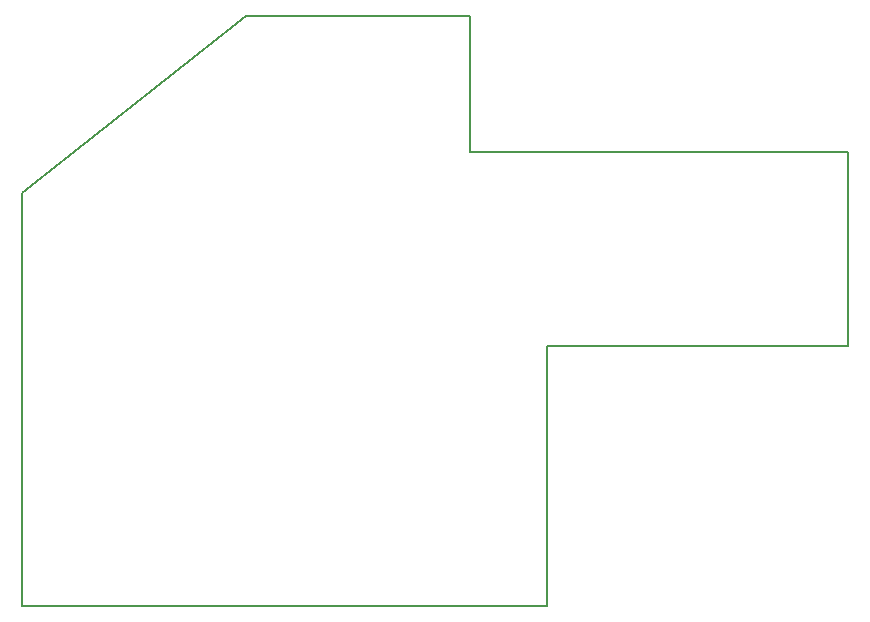
<source format=gbr>
G04 #@! TF.FileFunction,Profile,NP*
%FSLAX46Y46*%
G04 Gerber Fmt 4.6, Leading zero omitted, Abs format (unit mm)*
G04 Created by KiCad (PCBNEW 4.0.7) date 02/27/19 21:10:27*
%MOMM*%
%LPD*%
G01*
G04 APERTURE LIST*
%ADD10C,0.100000*%
%ADD11C,0.150000*%
G04 APERTURE END LIST*
D10*
D11*
X120000000Y-61500000D02*
X120000000Y-78000000D01*
X88000000Y-61500000D02*
X120000000Y-61500000D01*
X88000000Y-50000000D02*
X88000000Y-61500000D01*
X69000000Y-50000000D02*
X88000000Y-50000000D01*
X94500000Y-100000000D02*
X50000000Y-100000000D01*
X94500000Y-78000000D02*
X94500000Y-100000000D01*
X120000000Y-78000000D02*
X94500000Y-78000000D01*
X50000000Y-65000000D02*
X69000000Y-50000000D01*
X50000000Y-100000000D02*
X50000000Y-65000000D01*
M02*

</source>
